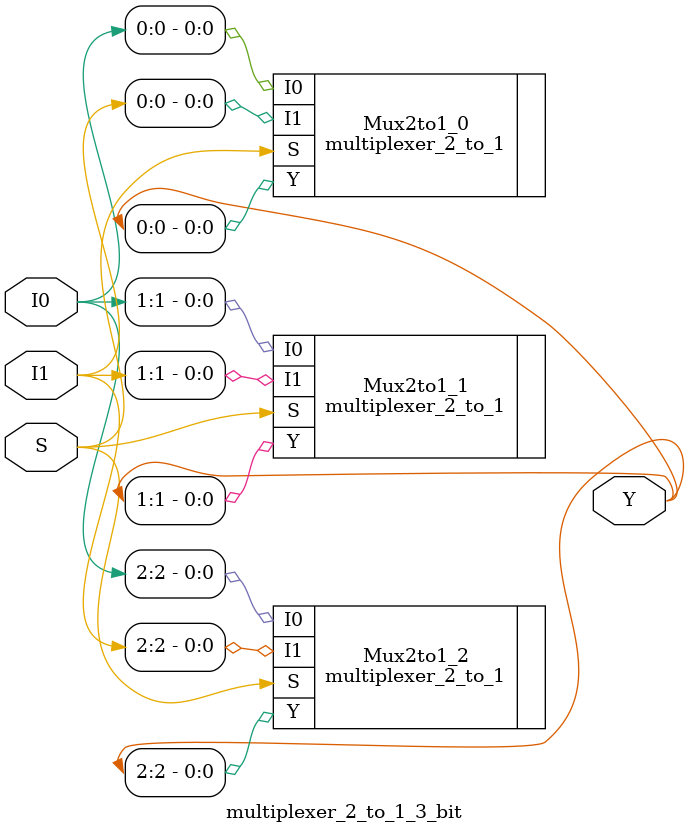
<source format=v>
`timescale 1ns / 1ps
module multiplexer_2_to_1_3_bit(
    input S,
    input [2:0] I1,
    input [2:0] I0,
    output [2:0] Y
    );

	multiplexer_2_to_1 Mux2to1_0 (.S(S), .I0(I0[0]), .I1(I1[0]), .Y(Y[0]));
	multiplexer_2_to_1 Mux2to1_1 (.S(S), .I0(I0[1]), .I1(I1[1]), .Y(Y[1]));
	multiplexer_2_to_1 Mux2to1_2 (.S(S), .I0(I0[2]), .I1(I1[2]), .Y(Y[2]));

endmodule

</source>
